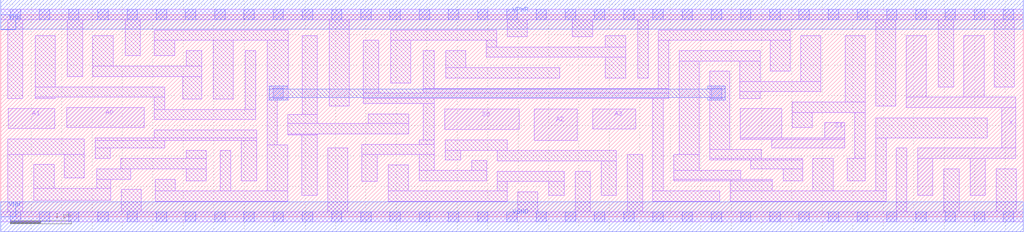
<source format=lef>
# Copyright 2020 The SkyWater PDK Authors
#
# Licensed under the Apache License, Version 2.0 (the "License");
# you may not use this file except in compliance with the License.
# You may obtain a copy of the License at
#
#     https://www.apache.org/licenses/LICENSE-2.0
#
# Unless required by applicable law or agreed to in writing, software
# distributed under the License is distributed on an "AS IS" BASIS,
# WITHOUT WARRANTIES OR CONDITIONS OF ANY KIND, either express or implied.
# See the License for the specific language governing permissions and
# limitations under the License.
#
# SPDX-License-Identifier: Apache-2.0

VERSION 5.5 ;
NAMESCASESENSITIVE ON ;
BUSBITCHARS "[]" ;
DIVIDERCHAR "/" ;
MACRO sky130_fd_sc_hs__mux4_4
  CLASS CORE ;
  SOURCE USER ;
  ORIGIN  0.000000  0.000000 ;
  SIZE  16.80000 BY  3.330000 ;
  SYMMETRY X Y ;
  SITE unit ;
  PIN A0
    ANTENNAGATEAREA  0.492000 ;
    DIRECTION INPUT ;
    USE SIGNAL ;
    PORT
      LAYER li1 ;
        RECT 1.085000 1.470000 2.355000 1.800000 ;
    END
  END A0
  PIN A1
    ANTENNAGATEAREA  0.492000 ;
    DIRECTION INPUT ;
    USE SIGNAL ;
    PORT
      LAYER li1 ;
        RECT 0.125000 1.450000 0.890000 1.780000 ;
    END
  END A1
  PIN A2
    ANTENNAGATEAREA  0.492000 ;
    DIRECTION INPUT ;
    USE SIGNAL ;
    PORT
      LAYER li1 ;
        RECT 8.765000 1.260000 9.475000 1.775000 ;
    END
  END A2
  PIN A3
    ANTENNAGATEAREA  0.492000 ;
    DIRECTION INPUT ;
    USE SIGNAL ;
    PORT
      LAYER li1 ;
        RECT 9.725000 1.445000 10.435000 1.775000 ;
    END
  END A3
  PIN S0
    ANTENNAGATEAREA  1.263000 ;
    DIRECTION INPUT ;
    USE SIGNAL ;
    PORT
      LAYER li1 ;
        RECT 7.295000 1.435000 8.515000 1.775000 ;
    END
  END S0
  PIN S1
    ANTENNAGATEAREA  0.771000 ;
    DIRECTION INPUT ;
    USE SIGNAL ;
    PORT
      LAYER li1 ;
        RECT 12.150000 1.275000 13.865000 1.300000 ;
        RECT 12.150000 1.300000 12.835000 1.780000 ;
        RECT 12.665000 1.130000 13.865000 1.275000 ;
        RECT 13.540000 1.300000 13.865000 1.550000 ;
    END
  END S1
  PIN X
    ANTENNADIFFAREA  1.086400 ;
    DIRECTION OUTPUT ;
    USE SIGNAL ;
    PORT
      LAYER li1 ;
        RECT 14.875000 1.800000 16.675000 1.970000 ;
        RECT 14.875000 1.970000 15.205000 2.980000 ;
        RECT 15.065000 0.350000 15.315000 0.960000 ;
        RECT 15.065000 0.960000 16.675000 1.130000 ;
        RECT 15.825000 1.970000 16.155000 2.980000 ;
        RECT 15.925000 0.350000 16.175000 0.960000 ;
        RECT 16.445000 1.130000 16.675000 1.800000 ;
    END
  END X
  PIN VGND
    DIRECTION INOUT ;
    USE GROUND ;
    PORT
      LAYER met1 ;
        RECT 0.000000 -0.245000 16.800000 0.245000 ;
    END
  END VGND
  PIN VNB
    DIRECTION INOUT ;
    USE GROUND ;
    PORT
      LAYER met1 ;
        RECT 0.000000 0.000000 0.250000 0.250000 ;
    END
  END VNB
  PIN VPB
    DIRECTION INOUT ;
    USE POWER ;
    PORT
      LAYER met1 ;
        RECT 0.000000 3.080000 0.250000 3.330000 ;
    END
  END VPB
  PIN VPWR
    DIRECTION INOUT ;
    USE POWER ;
    PORT
      LAYER met1 ;
        RECT 0.000000 3.085000 16.800000 3.575000 ;
    END
  END VPWR
  OBS
    LAYER li1 ;
      RECT  0.000000 -0.085000 16.800000 0.085000 ;
      RECT  0.000000  3.245000 16.800000 3.415000 ;
      RECT  0.115000  0.085000  0.365000 1.030000 ;
      RECT  0.115000  1.030000  1.370000 1.280000 ;
      RECT  0.115000  1.950000  0.365000 3.245000 ;
      RECT  0.545000  0.275000  1.810000 0.470000 ;
      RECT  0.545000  0.470000  0.875000 0.860000 ;
      RECT  0.565000  1.950000  0.895000 1.970000 ;
      RECT  0.565000  1.970000  2.695000 2.140000 ;
      RECT  0.565000  2.140000  0.895000 2.980000 ;
      RECT  1.045000  0.640000  1.370000 1.030000 ;
      RECT  1.095000  2.310000  1.345000 3.245000 ;
      RECT  1.515000  2.310000  3.300000 2.480000 ;
      RECT  1.515000  2.480000  1.845000 2.980000 ;
      RECT  1.550000  0.960000  1.800000 1.130000 ;
      RECT  1.550000  1.130000  2.695000 1.260000 ;
      RECT  1.550000  1.260000  4.205000 1.300000 ;
      RECT  1.575000  0.470000  1.810000 0.620000 ;
      RECT  1.575000  0.620000  2.140000 0.790000 ;
      RECT  1.970000  0.790000  3.380000 0.960000 ;
      RECT  1.980000  0.085000  2.310000 0.450000 ;
      RECT  2.045000  2.650000  2.295000 3.245000 ;
      RECT  2.525000  1.300000  4.205000 1.430000 ;
      RECT  2.525000  1.600000  4.190000 1.770000 ;
      RECT  2.525000  1.770000  2.695000 1.970000 ;
      RECT  2.525000  2.650000  2.860000 2.905000 ;
      RECT  2.525000  2.905000  4.720000 3.075000 ;
      RECT  2.540000  0.255000  4.715000 0.425000 ;
      RECT  2.540000  0.425000  2.870000 0.620000 ;
      RECT  2.990000  1.940000  3.300000 2.310000 ;
      RECT  3.045000  2.480000  3.300000 2.735000 ;
      RECT  3.050000  0.595000  3.380000 0.790000 ;
      RECT  3.050000  0.960000  3.380000 1.090000 ;
      RECT  3.490000  1.940000  3.820000 2.905000 ;
      RECT  3.605000  0.425000  3.775000 1.090000 ;
      RECT  3.955000  0.595000  4.205000 1.260000 ;
      RECT  4.020000  1.770000  4.190000 2.735000 ;
      RECT  4.375000  0.425000  4.715000 1.180000 ;
      RECT  4.375000  1.180000  4.545000 1.920000 ;
      RECT  4.375000  1.920000  4.720000 2.905000 ;
      RECT  4.715000  1.350000  5.200000 1.365000 ;
      RECT  4.715000  1.365000  6.705000 1.535000 ;
      RECT  4.715000  1.535000  5.200000 1.680000 ;
      RECT  4.945000  0.350000  5.200000 1.350000 ;
      RECT  4.950000  1.680000  5.200000 2.980000 ;
      RECT  5.375000  0.085000  5.705000 1.130000 ;
      RECT  5.400000  1.820000  5.730000 3.245000 ;
      RECT  5.935000  0.585000  6.185000 1.025000 ;
      RECT  5.935000  1.025000  7.125000 1.195000 ;
      RECT  5.960000  1.865000  7.125000 1.945000 ;
      RECT  5.960000  1.945000 10.975000 2.035000 ;
      RECT  5.960000  2.035000  6.210000 2.905000 ;
      RECT  6.035000  1.535000  6.705000 1.695000 ;
      RECT  6.365000  0.255000  8.325000 0.425000 ;
      RECT  6.365000  0.425000  6.695000 0.855000 ;
      RECT  6.410000  2.205000  6.740000 2.905000 ;
      RECT  6.410000  2.905000  8.150000 3.075000 ;
      RECT  6.875000  0.595000  7.985000 0.765000 ;
      RECT  6.875000  0.765000  7.125000 1.025000 ;
      RECT  6.875000  1.195000  7.125000 1.265000 ;
      RECT  6.940000  1.265000  7.125000 1.865000 ;
      RECT  6.940000  2.035000 10.975000 2.115000 ;
      RECT  6.940000  2.115000  7.125000 2.735000 ;
      RECT  7.305000  0.935000  7.555000 1.095000 ;
      RECT  7.305000  1.095000  8.325000 1.265000 ;
      RECT  7.310000  2.285000  9.185000 2.455000 ;
      RECT  7.310000  2.455000  7.640000 2.735000 ;
      RECT  7.735000  0.765000  7.985000 0.925000 ;
      RECT  7.980000  2.625000 10.265000 2.795000 ;
      RECT  7.980000  2.795000  8.150000 2.905000 ;
      RECT  8.155000  0.425000  8.325000 0.580000 ;
      RECT  8.155000  0.580000  9.255000 0.750000 ;
      RECT  8.155000  0.920000 10.115000 1.090000 ;
      RECT  8.155000  1.090000  8.325000 1.095000 ;
      RECT  8.320000  2.965000  8.650000 3.245000 ;
      RECT  8.495000  0.085000  8.825000 0.410000 ;
      RECT  9.005000  0.350000  9.255000 0.580000 ;
      RECT  9.390000  2.965000  9.730000 3.245000 ;
      RECT  9.435000  0.085000  9.685000 0.750000 ;
      RECT  9.865000  0.350000 10.115000 0.920000 ;
      RECT  9.935000  2.285000 10.265000 2.625000 ;
      RECT  9.935000  2.795000 10.265000 2.980000 ;
      RECT 10.295000  0.085000 10.545000 1.030000 ;
      RECT 10.465000  2.285000 10.635000 3.245000 ;
      RECT 10.715000  0.255000 11.815000 0.425000 ;
      RECT 10.715000  0.425000 10.885000 1.945000 ;
      RECT 10.805000  2.115000 10.975000 2.905000 ;
      RECT 10.805000  2.905000 12.975000 3.075000 ;
      RECT 11.055000  0.595000 12.675000 0.620000 ;
      RECT 11.055000  0.620000 12.155000 0.765000 ;
      RECT 11.055000  0.765000 11.475000 1.030000 ;
      RECT 11.145000  1.030000 11.475000 2.565000 ;
      RECT 11.145000  2.565000 12.475000 2.735000 ;
      RECT 11.645000  0.935000 13.175000 0.960000 ;
      RECT 11.645000  0.960000 12.495000 1.105000 ;
      RECT 11.645000  1.105000 11.975000 2.395000 ;
      RECT 11.985000  0.255000 14.545000 0.425000 ;
      RECT 11.985000  0.425000 12.675000 0.595000 ;
      RECT 12.145000  1.950000 12.475000 2.060000 ;
      RECT 12.145000  2.060000 13.475000 2.230000 ;
      RECT 12.145000  2.230000 12.475000 2.565000 ;
      RECT 12.325000  0.790000 13.175000 0.935000 ;
      RECT 12.645000  2.400000 12.975000 2.905000 ;
      RECT 12.860000  0.595000 13.175000 0.790000 ;
      RECT 13.005000  1.470000 13.330000 1.720000 ;
      RECT 13.005000  1.720000 14.205000 1.890000 ;
      RECT 13.145000  2.230000 13.475000 2.980000 ;
      RECT 13.345000  0.425000 13.675000 0.960000 ;
      RECT 13.875000  1.890000 14.205000 2.980000 ;
      RECT 13.905000  0.595000 14.205000 0.960000 ;
      RECT 14.035000  0.960000 14.205000 1.720000 ;
      RECT 14.375000  0.425000 14.545000 1.300000 ;
      RECT 14.375000  1.300000 16.210000 1.630000 ;
      RECT 14.375000  1.820000 14.705000 3.245000 ;
      RECT 14.715000  0.085000 14.885000 1.130000 ;
      RECT 15.405000  2.140000 15.655000 3.245000 ;
      RECT 15.495000  0.085000 15.745000 0.790000 ;
      RECT 16.325000  2.140000 16.655000 3.245000 ;
      RECT 16.355000  0.085000 16.685000 0.790000 ;
    LAYER mcon ;
      RECT  0.155000 -0.085000  0.325000 0.085000 ;
      RECT  0.155000  3.245000  0.325000 3.415000 ;
      RECT  0.635000 -0.085000  0.805000 0.085000 ;
      RECT  0.635000  3.245000  0.805000 3.415000 ;
      RECT  1.115000 -0.085000  1.285000 0.085000 ;
      RECT  1.115000  3.245000  1.285000 3.415000 ;
      RECT  1.595000 -0.085000  1.765000 0.085000 ;
      RECT  1.595000  3.245000  1.765000 3.415000 ;
      RECT  2.075000 -0.085000  2.245000 0.085000 ;
      RECT  2.075000  3.245000  2.245000 3.415000 ;
      RECT  2.555000 -0.085000  2.725000 0.085000 ;
      RECT  2.555000  3.245000  2.725000 3.415000 ;
      RECT  3.035000 -0.085000  3.205000 0.085000 ;
      RECT  3.035000  3.245000  3.205000 3.415000 ;
      RECT  3.515000 -0.085000  3.685000 0.085000 ;
      RECT  3.515000  3.245000  3.685000 3.415000 ;
      RECT  3.995000 -0.085000  4.165000 0.085000 ;
      RECT  3.995000  3.245000  4.165000 3.415000 ;
      RECT  4.475000 -0.085000  4.645000 0.085000 ;
      RECT  4.475000  1.950000  4.645000 2.120000 ;
      RECT  4.475000  3.245000  4.645000 3.415000 ;
      RECT  4.955000 -0.085000  5.125000 0.085000 ;
      RECT  4.955000  3.245000  5.125000 3.415000 ;
      RECT  5.435000 -0.085000  5.605000 0.085000 ;
      RECT  5.435000  3.245000  5.605000 3.415000 ;
      RECT  5.915000 -0.085000  6.085000 0.085000 ;
      RECT  5.915000  3.245000  6.085000 3.415000 ;
      RECT  6.395000 -0.085000  6.565000 0.085000 ;
      RECT  6.395000  3.245000  6.565000 3.415000 ;
      RECT  6.875000 -0.085000  7.045000 0.085000 ;
      RECT  6.875000  3.245000  7.045000 3.415000 ;
      RECT  7.355000 -0.085000  7.525000 0.085000 ;
      RECT  7.355000  3.245000  7.525000 3.415000 ;
      RECT  7.835000 -0.085000  8.005000 0.085000 ;
      RECT  7.835000  3.245000  8.005000 3.415000 ;
      RECT  8.315000 -0.085000  8.485000 0.085000 ;
      RECT  8.315000  3.245000  8.485000 3.415000 ;
      RECT  8.795000 -0.085000  8.965000 0.085000 ;
      RECT  8.795000  3.245000  8.965000 3.415000 ;
      RECT  9.275000 -0.085000  9.445000 0.085000 ;
      RECT  9.275000  3.245000  9.445000 3.415000 ;
      RECT  9.755000 -0.085000  9.925000 0.085000 ;
      RECT  9.755000  3.245000  9.925000 3.415000 ;
      RECT 10.235000 -0.085000 10.405000 0.085000 ;
      RECT 10.235000  3.245000 10.405000 3.415000 ;
      RECT 10.715000 -0.085000 10.885000 0.085000 ;
      RECT 10.715000  3.245000 10.885000 3.415000 ;
      RECT 11.195000 -0.085000 11.365000 0.085000 ;
      RECT 11.195000  3.245000 11.365000 3.415000 ;
      RECT 11.675000 -0.085000 11.845000 0.085000 ;
      RECT 11.675000  1.950000 11.845000 2.120000 ;
      RECT 11.675000  3.245000 11.845000 3.415000 ;
      RECT 12.155000 -0.085000 12.325000 0.085000 ;
      RECT 12.155000  3.245000 12.325000 3.415000 ;
      RECT 12.635000 -0.085000 12.805000 0.085000 ;
      RECT 12.635000  3.245000 12.805000 3.415000 ;
      RECT 13.115000 -0.085000 13.285000 0.085000 ;
      RECT 13.115000  3.245000 13.285000 3.415000 ;
      RECT 13.595000 -0.085000 13.765000 0.085000 ;
      RECT 13.595000  3.245000 13.765000 3.415000 ;
      RECT 14.075000 -0.085000 14.245000 0.085000 ;
      RECT 14.075000  3.245000 14.245000 3.415000 ;
      RECT 14.555000 -0.085000 14.725000 0.085000 ;
      RECT 14.555000  3.245000 14.725000 3.415000 ;
      RECT 15.035000 -0.085000 15.205000 0.085000 ;
      RECT 15.035000  3.245000 15.205000 3.415000 ;
      RECT 15.515000 -0.085000 15.685000 0.085000 ;
      RECT 15.515000  3.245000 15.685000 3.415000 ;
      RECT 15.995000 -0.085000 16.165000 0.085000 ;
      RECT 15.995000  3.245000 16.165000 3.415000 ;
      RECT 16.475000 -0.085000 16.645000 0.085000 ;
      RECT 16.475000  3.245000 16.645000 3.415000 ;
    LAYER met1 ;
      RECT  4.415000 1.920000  4.705000 1.965000 ;
      RECT  4.415000 1.965000 11.905000 2.105000 ;
      RECT  4.415000 2.105000  4.705000 2.150000 ;
      RECT 11.615000 1.920000 11.905000 1.965000 ;
      RECT 11.615000 2.105000 11.905000 2.150000 ;
  END
END sky130_fd_sc_hs__mux4_4

</source>
